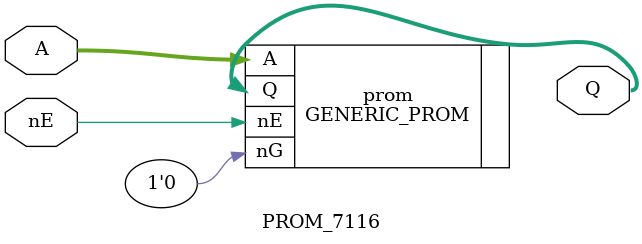
<source format=v>
`timescale 1ns / 1ps
module PROM_7116
    #(
        parameter FILE_NAME = "",
        // Type E (45ns) timings
        parameter tAA = 45,
        parameter tEN = 30,
        parameter tDIS = 30
    )
    (
        input wire nE,
        input wire [8:0] A,
        output wire [3:0] Q
    );
	
	GENERIC_PROM #(9, 4, FILE_NAME, tAA, tAA, tEN, tDIS) prom(
		.nE(nE),
		.nG(1'b0),
		.A(A),
		.Q(Q)
	);
	
endmodule

</source>
